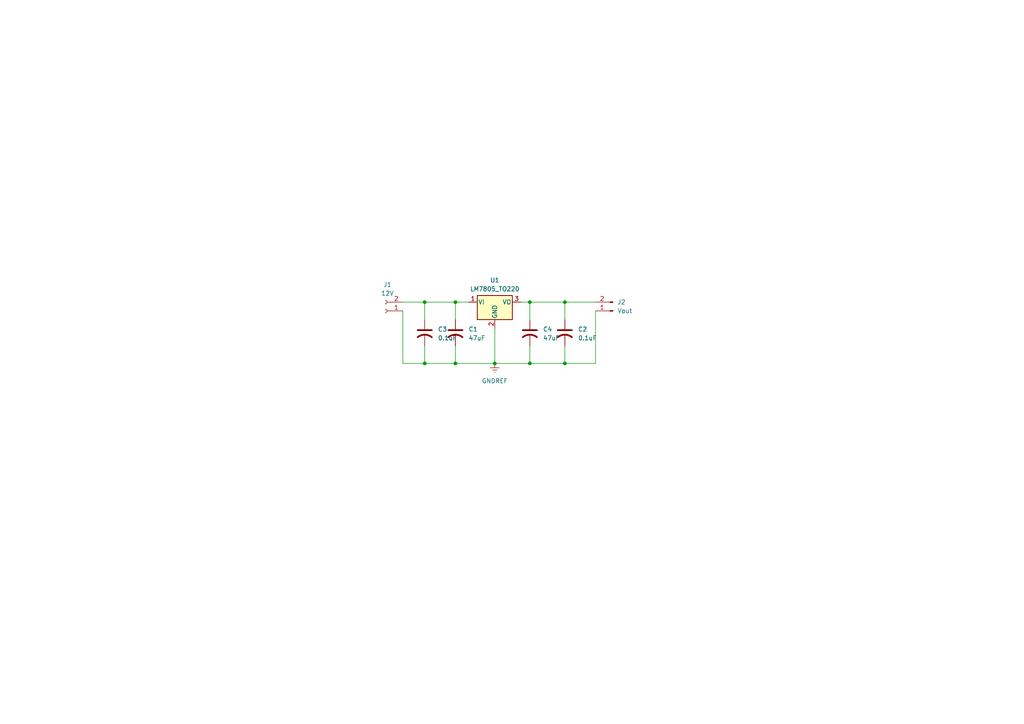
<source format=kicad_sch>
(kicad_sch
	(version 20250114)
	(generator "eeschema")
	(generator_version "9.0")
	(uuid "2ad96ed6-bbf6-4244-b22c-3f1526be7ecf")
	(paper "A4")
	(title_block
		(title "12V to 5V Linear DC Converter ")
		(date "2025-10-07")
		(rev "001")
		(company "GRR")
	)
	(lib_symbols
		(symbol "Connector:Conn_01x02_Pin"
			(pin_names
				(offset 1.016)
				(hide yes)
			)
			(exclude_from_sim no)
			(in_bom yes)
			(on_board yes)
			(property "Reference" "J"
				(at 0 2.54 0)
				(effects
					(font
						(size 1.27 1.27)
					)
				)
			)
			(property "Value" "Conn_01x02_Pin"
				(at 0 -5.08 0)
				(effects
					(font
						(size 1.27 1.27)
					)
				)
			)
			(property "Footprint" ""
				(at 0 0 0)
				(effects
					(font
						(size 1.27 1.27)
					)
					(hide yes)
				)
			)
			(property "Datasheet" "~"
				(at 0 0 0)
				(effects
					(font
						(size 1.27 1.27)
					)
					(hide yes)
				)
			)
			(property "Description" "Generic connector, single row, 01x02, script generated"
				(at 0 0 0)
				(effects
					(font
						(size 1.27 1.27)
					)
					(hide yes)
				)
			)
			(property "ki_locked" ""
				(at 0 0 0)
				(effects
					(font
						(size 1.27 1.27)
					)
				)
			)
			(property "ki_keywords" "connector"
				(at 0 0 0)
				(effects
					(font
						(size 1.27 1.27)
					)
					(hide yes)
				)
			)
			(property "ki_fp_filters" "Connector*:*_1x??_*"
				(at 0 0 0)
				(effects
					(font
						(size 1.27 1.27)
					)
					(hide yes)
				)
			)
			(symbol "Conn_01x02_Pin_1_1"
				(rectangle
					(start 0.8636 0.127)
					(end 0 -0.127)
					(stroke
						(width 0.1524)
						(type default)
					)
					(fill
						(type outline)
					)
				)
				(rectangle
					(start 0.8636 -2.413)
					(end 0 -2.667)
					(stroke
						(width 0.1524)
						(type default)
					)
					(fill
						(type outline)
					)
				)
				(polyline
					(pts
						(xy 1.27 0) (xy 0.8636 0)
					)
					(stroke
						(width 0.1524)
						(type default)
					)
					(fill
						(type none)
					)
				)
				(polyline
					(pts
						(xy 1.27 -2.54) (xy 0.8636 -2.54)
					)
					(stroke
						(width 0.1524)
						(type default)
					)
					(fill
						(type none)
					)
				)
				(pin passive line
					(at 5.08 0 180)
					(length 3.81)
					(name "Pin_1"
						(effects
							(font
								(size 1.27 1.27)
							)
						)
					)
					(number "1"
						(effects
							(font
								(size 1.27 1.27)
							)
						)
					)
				)
				(pin passive line
					(at 5.08 -2.54 180)
					(length 3.81)
					(name "Pin_2"
						(effects
							(font
								(size 1.27 1.27)
							)
						)
					)
					(number "2"
						(effects
							(font
								(size 1.27 1.27)
							)
						)
					)
				)
			)
			(embedded_fonts no)
		)
		(symbol "Connector:Conn_01x02_Socket"
			(pin_names
				(offset 1.016)
				(hide yes)
			)
			(exclude_from_sim no)
			(in_bom yes)
			(on_board yes)
			(property "Reference" "J"
				(at 0 2.54 0)
				(effects
					(font
						(size 1.27 1.27)
					)
				)
			)
			(property "Value" "Conn_01x02_Socket"
				(at 0 -5.08 0)
				(effects
					(font
						(size 1.27 1.27)
					)
				)
			)
			(property "Footprint" ""
				(at 0 0 0)
				(effects
					(font
						(size 1.27 1.27)
					)
					(hide yes)
				)
			)
			(property "Datasheet" "~"
				(at 0 0 0)
				(effects
					(font
						(size 1.27 1.27)
					)
					(hide yes)
				)
			)
			(property "Description" "Generic connector, single row, 01x02, script generated"
				(at 0 0 0)
				(effects
					(font
						(size 1.27 1.27)
					)
					(hide yes)
				)
			)
			(property "ki_locked" ""
				(at 0 0 0)
				(effects
					(font
						(size 1.27 1.27)
					)
				)
			)
			(property "ki_keywords" "connector"
				(at 0 0 0)
				(effects
					(font
						(size 1.27 1.27)
					)
					(hide yes)
				)
			)
			(property "ki_fp_filters" "Connector*:*_1x??_*"
				(at 0 0 0)
				(effects
					(font
						(size 1.27 1.27)
					)
					(hide yes)
				)
			)
			(symbol "Conn_01x02_Socket_1_1"
				(polyline
					(pts
						(xy -1.27 0) (xy -0.508 0)
					)
					(stroke
						(width 0.1524)
						(type default)
					)
					(fill
						(type none)
					)
				)
				(polyline
					(pts
						(xy -1.27 -2.54) (xy -0.508 -2.54)
					)
					(stroke
						(width 0.1524)
						(type default)
					)
					(fill
						(type none)
					)
				)
				(arc
					(start 0 -0.508)
					(mid -0.5058 0)
					(end 0 0.508)
					(stroke
						(width 0.1524)
						(type default)
					)
					(fill
						(type none)
					)
				)
				(arc
					(start 0 -3.048)
					(mid -0.5058 -2.54)
					(end 0 -2.032)
					(stroke
						(width 0.1524)
						(type default)
					)
					(fill
						(type none)
					)
				)
				(pin passive line
					(at -5.08 0 0)
					(length 3.81)
					(name "Pin_1"
						(effects
							(font
								(size 1.27 1.27)
							)
						)
					)
					(number "1"
						(effects
							(font
								(size 1.27 1.27)
							)
						)
					)
				)
				(pin passive line
					(at -5.08 -2.54 0)
					(length 3.81)
					(name "Pin_2"
						(effects
							(font
								(size 1.27 1.27)
							)
						)
					)
					(number "2"
						(effects
							(font
								(size 1.27 1.27)
							)
						)
					)
				)
			)
			(embedded_fonts no)
		)
		(symbol "Device:C_US"
			(pin_numbers
				(hide yes)
			)
			(pin_names
				(offset 0.254)
				(hide yes)
			)
			(exclude_from_sim no)
			(in_bom yes)
			(on_board yes)
			(property "Reference" "C"
				(at 0.635 2.54 0)
				(effects
					(font
						(size 1.27 1.27)
					)
					(justify left)
				)
			)
			(property "Value" "C_US"
				(at 0.635 -2.54 0)
				(effects
					(font
						(size 1.27 1.27)
					)
					(justify left)
				)
			)
			(property "Footprint" ""
				(at 0 0 0)
				(effects
					(font
						(size 1.27 1.27)
					)
					(hide yes)
				)
			)
			(property "Datasheet" ""
				(at 0 0 0)
				(effects
					(font
						(size 1.27 1.27)
					)
					(hide yes)
				)
			)
			(property "Description" "capacitor, US symbol"
				(at 0 0 0)
				(effects
					(font
						(size 1.27 1.27)
					)
					(hide yes)
				)
			)
			(property "ki_keywords" "cap capacitor"
				(at 0 0 0)
				(effects
					(font
						(size 1.27 1.27)
					)
					(hide yes)
				)
			)
			(property "ki_fp_filters" "C_*"
				(at 0 0 0)
				(effects
					(font
						(size 1.27 1.27)
					)
					(hide yes)
				)
			)
			(symbol "C_US_0_1"
				(polyline
					(pts
						(xy -2.032 0.762) (xy 2.032 0.762)
					)
					(stroke
						(width 0.508)
						(type default)
					)
					(fill
						(type none)
					)
				)
				(arc
					(start -2.032 -1.27)
					(mid 0 -0.5572)
					(end 2.032 -1.27)
					(stroke
						(width 0.508)
						(type default)
					)
					(fill
						(type none)
					)
				)
			)
			(symbol "C_US_1_1"
				(pin passive line
					(at 0 3.81 270)
					(length 2.794)
					(name "~"
						(effects
							(font
								(size 1.27 1.27)
							)
						)
					)
					(number "1"
						(effects
							(font
								(size 1.27 1.27)
							)
						)
					)
				)
				(pin passive line
					(at 0 -3.81 90)
					(length 3.302)
					(name "~"
						(effects
							(font
								(size 1.27 1.27)
							)
						)
					)
					(number "2"
						(effects
							(font
								(size 1.27 1.27)
							)
						)
					)
				)
			)
			(embedded_fonts no)
		)
		(symbol "Regulator_Linear:LM7805_TO220"
			(pin_names
				(offset 0.254)
			)
			(exclude_from_sim no)
			(in_bom yes)
			(on_board yes)
			(property "Reference" "U"
				(at -3.81 3.175 0)
				(effects
					(font
						(size 1.27 1.27)
					)
				)
			)
			(property "Value" "LM7805_TO220"
				(at 0 3.175 0)
				(effects
					(font
						(size 1.27 1.27)
					)
					(justify left)
				)
			)
			(property "Footprint" "Package_TO_SOT_THT:TO-220-3_Vertical"
				(at 0 5.715 0)
				(effects
					(font
						(size 1.27 1.27)
						(italic yes)
					)
					(hide yes)
				)
			)
			(property "Datasheet" "https://www.onsemi.cn/PowerSolutions/document/MC7800-D.PDF"
				(at 0 -1.27 0)
				(effects
					(font
						(size 1.27 1.27)
					)
					(hide yes)
				)
			)
			(property "Description" "Positive 1A 35V Linear Regulator, Fixed Output 5V, TO-220"
				(at 0 0 0)
				(effects
					(font
						(size 1.27 1.27)
					)
					(hide yes)
				)
			)
			(property "ki_keywords" "Voltage Regulator 1A Positive"
				(at 0 0 0)
				(effects
					(font
						(size 1.27 1.27)
					)
					(hide yes)
				)
			)
			(property "ki_fp_filters" "TO?220*"
				(at 0 0 0)
				(effects
					(font
						(size 1.27 1.27)
					)
					(hide yes)
				)
			)
			(symbol "LM7805_TO220_0_1"
				(rectangle
					(start -5.08 1.905)
					(end 5.08 -5.08)
					(stroke
						(width 0.254)
						(type default)
					)
					(fill
						(type background)
					)
				)
			)
			(symbol "LM7805_TO220_1_1"
				(pin power_in line
					(at -7.62 0 0)
					(length 2.54)
					(name "VI"
						(effects
							(font
								(size 1.27 1.27)
							)
						)
					)
					(number "1"
						(effects
							(font
								(size 1.27 1.27)
							)
						)
					)
				)
				(pin power_in line
					(at 0 -7.62 90)
					(length 2.54)
					(name "GND"
						(effects
							(font
								(size 1.27 1.27)
							)
						)
					)
					(number "2"
						(effects
							(font
								(size 1.27 1.27)
							)
						)
					)
				)
				(pin power_out line
					(at 7.62 0 180)
					(length 2.54)
					(name "VO"
						(effects
							(font
								(size 1.27 1.27)
							)
						)
					)
					(number "3"
						(effects
							(font
								(size 1.27 1.27)
							)
						)
					)
				)
			)
			(embedded_fonts no)
		)
		(symbol "power:GNDREF"
			(power)
			(pin_numbers
				(hide yes)
			)
			(pin_names
				(offset 0)
				(hide yes)
			)
			(exclude_from_sim no)
			(in_bom yes)
			(on_board yes)
			(property "Reference" "#PWR"
				(at 0 -6.35 0)
				(effects
					(font
						(size 1.27 1.27)
					)
					(hide yes)
				)
			)
			(property "Value" "GNDREF"
				(at 0 -3.81 0)
				(effects
					(font
						(size 1.27 1.27)
					)
				)
			)
			(property "Footprint" ""
				(at 0 0 0)
				(effects
					(font
						(size 1.27 1.27)
					)
					(hide yes)
				)
			)
			(property "Datasheet" ""
				(at 0 0 0)
				(effects
					(font
						(size 1.27 1.27)
					)
					(hide yes)
				)
			)
			(property "Description" "Power symbol creates a global label with name \"GNDREF\" , reference supply ground"
				(at 0 0 0)
				(effects
					(font
						(size 1.27 1.27)
					)
					(hide yes)
				)
			)
			(property "ki_keywords" "global power"
				(at 0 0 0)
				(effects
					(font
						(size 1.27 1.27)
					)
					(hide yes)
				)
			)
			(symbol "GNDREF_0_1"
				(polyline
					(pts
						(xy -0.635 -1.905) (xy 0.635 -1.905)
					)
					(stroke
						(width 0)
						(type default)
					)
					(fill
						(type none)
					)
				)
				(polyline
					(pts
						(xy -0.127 -2.54) (xy 0.127 -2.54)
					)
					(stroke
						(width 0)
						(type default)
					)
					(fill
						(type none)
					)
				)
				(polyline
					(pts
						(xy 0 -1.27) (xy 0 0)
					)
					(stroke
						(width 0)
						(type default)
					)
					(fill
						(type none)
					)
				)
				(polyline
					(pts
						(xy 1.27 -1.27) (xy -1.27 -1.27)
					)
					(stroke
						(width 0)
						(type default)
					)
					(fill
						(type none)
					)
				)
			)
			(symbol "GNDREF_1_1"
				(pin power_in line
					(at 0 0 270)
					(length 0)
					(name "~"
						(effects
							(font
								(size 1.27 1.27)
							)
						)
					)
					(number "1"
						(effects
							(font
								(size 1.27 1.27)
							)
						)
					)
				)
			)
			(embedded_fonts no)
		)
	)
	(junction
		(at 163.83 87.63)
		(diameter 0)
		(color 0 0 0 0)
		(uuid "1ecbeba0-4175-42d1-833d-c455a660886a")
	)
	(junction
		(at 153.67 87.63)
		(diameter 0)
		(color 0 0 0 0)
		(uuid "30a06ac7-9d27-4b3b-bb72-9512d35d5163")
	)
	(junction
		(at 163.83 105.41)
		(diameter 0)
		(color 0 0 0 0)
		(uuid "54570c9a-4af9-4661-add1-47ef53977790")
	)
	(junction
		(at 132.08 87.63)
		(diameter 0)
		(color 0 0 0 0)
		(uuid "55a4f5e8-21a1-4ce4-b378-7e7c6132b152")
	)
	(junction
		(at 123.19 105.41)
		(diameter 0)
		(color 0 0 0 0)
		(uuid "5a663004-62f0-487a-a559-fe90bea28969")
	)
	(junction
		(at 132.08 105.41)
		(diameter 0)
		(color 0 0 0 0)
		(uuid "91c566b8-6b57-4a25-a3fd-1275b137c752")
	)
	(junction
		(at 123.19 87.63)
		(diameter 0)
		(color 0 0 0 0)
		(uuid "c7ccfce9-22bd-4758-a94b-351a5a07d031")
	)
	(junction
		(at 143.51 105.41)
		(diameter 0)
		(color 0 0 0 0)
		(uuid "e7a7238a-f548-4470-b85a-a8014566bf0b")
	)
	(junction
		(at 153.67 105.41)
		(diameter 0)
		(color 0 0 0 0)
		(uuid "e89b2b0e-fe6a-4339-8dd6-809542725e1d")
	)
	(wire
		(pts
			(xy 132.08 87.63) (xy 132.08 92.71)
		)
		(stroke
			(width 0)
			(type default)
		)
		(uuid "08d5b4b0-3a2f-4f45-a8b3-9d53e23f766e")
	)
	(wire
		(pts
			(xy 123.19 105.41) (xy 132.08 105.41)
		)
		(stroke
			(width 0)
			(type default)
		)
		(uuid "10fc2a8b-3da3-4575-b950-a71afc3ad213")
	)
	(wire
		(pts
			(xy 123.19 87.63) (xy 123.19 92.71)
		)
		(stroke
			(width 0)
			(type default)
		)
		(uuid "135baaa7-99d8-4409-aa84-c47d230d5fc9")
	)
	(wire
		(pts
			(xy 132.08 100.33) (xy 132.08 105.41)
		)
		(stroke
			(width 0)
			(type default)
		)
		(uuid "181697b9-8e18-48e1-bc0f-b6577ffce65d")
	)
	(wire
		(pts
			(xy 163.83 87.63) (xy 163.83 92.71)
		)
		(stroke
			(width 0)
			(type default)
		)
		(uuid "1dd84b8e-6168-42f0-bcf9-3c20f421f83c")
	)
	(wire
		(pts
			(xy 116.84 105.41) (xy 123.19 105.41)
		)
		(stroke
			(width 0)
			(type default)
		)
		(uuid "2404d935-5417-4a0d-b955-8df5662a4192")
	)
	(wire
		(pts
			(xy 143.51 95.25) (xy 143.51 105.41)
		)
		(stroke
			(width 0)
			(type default)
		)
		(uuid "346efba8-12f6-4430-8a7c-6ff837c0ce9a")
	)
	(wire
		(pts
			(xy 153.67 87.63) (xy 163.83 87.63)
		)
		(stroke
			(width 0)
			(type default)
		)
		(uuid "34cd0b96-21e1-455a-94d7-083300bf3b02")
	)
	(wire
		(pts
			(xy 132.08 105.41) (xy 143.51 105.41)
		)
		(stroke
			(width 0)
			(type default)
		)
		(uuid "45473fb2-7fb1-45e4-b788-ad1a98291d23")
	)
	(wire
		(pts
			(xy 163.83 100.33) (xy 163.83 105.41)
		)
		(stroke
			(width 0)
			(type default)
		)
		(uuid "47638ded-2b0d-427c-8853-720a013ef4ac")
	)
	(wire
		(pts
			(xy 172.72 105.41) (xy 172.72 90.17)
		)
		(stroke
			(width 0)
			(type default)
		)
		(uuid "4f85ec17-c665-42af-ab18-bd670966d2ee")
	)
	(wire
		(pts
			(xy 163.83 105.41) (xy 172.72 105.41)
		)
		(stroke
			(width 0)
			(type default)
		)
		(uuid "58591a21-7b79-4f11-8f96-30f1ec38bcfe")
	)
	(wire
		(pts
			(xy 132.08 87.63) (xy 135.89 87.63)
		)
		(stroke
			(width 0)
			(type default)
		)
		(uuid "5f740f5b-29bb-4540-9ba6-b7b6fe2752d6")
	)
	(wire
		(pts
			(xy 151.13 87.63) (xy 153.67 87.63)
		)
		(stroke
			(width 0)
			(type default)
		)
		(uuid "602ad35d-868e-4e5c-ad7c-68d6aae31161")
	)
	(wire
		(pts
			(xy 153.67 92.71) (xy 153.67 87.63)
		)
		(stroke
			(width 0)
			(type default)
		)
		(uuid "7d05f3bf-d226-48e0-a87e-10cbd3631273")
	)
	(wire
		(pts
			(xy 153.67 105.41) (xy 163.83 105.41)
		)
		(stroke
			(width 0)
			(type default)
		)
		(uuid "82f3eeec-dd3f-4b38-92ee-e5905512cfc9")
	)
	(wire
		(pts
			(xy 143.51 105.41) (xy 153.67 105.41)
		)
		(stroke
			(width 0)
			(type default)
		)
		(uuid "9bb59982-dc77-48fe-bbf4-e860c2d2ab65")
	)
	(wire
		(pts
			(xy 123.19 100.33) (xy 123.19 105.41)
		)
		(stroke
			(width 0)
			(type default)
		)
		(uuid "a82f7d24-aa48-4df6-8a10-5da449512fa1")
	)
	(wire
		(pts
			(xy 153.67 100.33) (xy 153.67 105.41)
		)
		(stroke
			(width 0)
			(type default)
		)
		(uuid "b2c04b53-e4d1-4b9f-a832-d1bfbfc9367f")
	)
	(wire
		(pts
			(xy 163.83 87.63) (xy 172.72 87.63)
		)
		(stroke
			(width 0)
			(type default)
		)
		(uuid "c0024a9c-2009-4a5c-a1e6-3eda69854bd5")
	)
	(wire
		(pts
			(xy 123.19 87.63) (xy 132.08 87.63)
		)
		(stroke
			(width 0)
			(type default)
		)
		(uuid "d2846844-4ab5-4e68-a703-4d4c5a6b41cd")
	)
	(wire
		(pts
			(xy 116.84 87.63) (xy 123.19 87.63)
		)
		(stroke
			(width 0)
			(type default)
		)
		(uuid "d7e31459-609d-458e-a059-ca8468f6214d")
	)
	(wire
		(pts
			(xy 116.84 90.17) (xy 116.84 105.41)
		)
		(stroke
			(width 0)
			(type default)
		)
		(uuid "f7f24607-fd38-44cf-a9bb-9419bbe242cd")
	)
	(symbol
		(lib_id "Device:C_US")
		(at 132.08 96.52 0)
		(unit 1)
		(exclude_from_sim no)
		(in_bom yes)
		(on_board yes)
		(dnp no)
		(fields_autoplaced yes)
		(uuid "7622ac50-03fc-42ef-8f98-104b6c394e32")
		(property "Reference" "C1"
			(at 135.89 95.5039 0)
			(effects
				(font
					(size 1.27 1.27)
				)
				(justify left)
			)
		)
		(property "Value" "47uF"
			(at 135.89 98.0439 0)
			(effects
				(font
					(size 1.27 1.27)
				)
				(justify left)
			)
		)
		(property "Footprint" "Capacitor_THT:C_Radial_D5.0mm_H5.0mm_P2.00mm"
			(at 132.08 96.52 0)
			(effects
				(font
					(size 1.27 1.27)
				)
				(hide yes)
			)
		)
		(property "Datasheet" ""
			(at 132.08 96.52 0)
			(effects
				(font
					(size 1.27 1.27)
				)
				(hide yes)
			)
		)
		(property "Description" "capacitor, US symbol"
			(at 132.08 96.52 0)
			(effects
				(font
					(size 1.27 1.27)
				)
				(hide yes)
			)
		)
		(pin "1"
			(uuid "119880db-fec7-49f5-aca3-b743ed38e0c0")
		)
		(pin "2"
			(uuid "600e04cc-12f8-481f-b5c0-9c5485c5ac73")
		)
		(instances
			(project ""
				(path "/2ad96ed6-bbf6-4244-b22c-3f1526be7ecf"
					(reference "C1")
					(unit 1)
				)
			)
		)
	)
	(symbol
		(lib_id "Device:C_US")
		(at 163.83 96.52 0)
		(unit 1)
		(exclude_from_sim no)
		(in_bom yes)
		(on_board yes)
		(dnp no)
		(fields_autoplaced yes)
		(uuid "7c53e66d-65ed-42db-afa5-341f9abe07b5")
		(property "Reference" "C2"
			(at 167.64 95.5039 0)
			(effects
				(font
					(size 1.27 1.27)
				)
				(justify left)
			)
		)
		(property "Value" "0.1uF"
			(at 167.64 98.0439 0)
			(effects
				(font
					(size 1.27 1.27)
				)
				(justify left)
			)
		)
		(property "Footprint" "Capacitor_SMD:C_0805_2012Metric_Pad1.18x1.45mm_HandSolder"
			(at 163.83 96.52 0)
			(effects
				(font
					(size 1.27 1.27)
				)
				(hide yes)
			)
		)
		(property "Datasheet" ""
			(at 163.83 96.52 0)
			(effects
				(font
					(size 1.27 1.27)
				)
				(hide yes)
			)
		)
		(property "Description" "capacitor, US symbol"
			(at 163.83 96.52 0)
			(effects
				(font
					(size 1.27 1.27)
				)
				(hide yes)
			)
		)
		(pin "1"
			(uuid "94f633fb-f0e6-4f00-badb-2f52c8d52d00")
		)
		(pin "2"
			(uuid "de887854-d2a3-4b58-ae42-e58efa47f6e6")
		)
		(instances
			(project ""
				(path "/2ad96ed6-bbf6-4244-b22c-3f1526be7ecf"
					(reference "C2")
					(unit 1)
				)
			)
		)
	)
	(symbol
		(lib_id "Connector:Conn_01x02_Socket")
		(at 111.76 90.17 180)
		(unit 1)
		(exclude_from_sim no)
		(in_bom yes)
		(on_board yes)
		(dnp no)
		(fields_autoplaced yes)
		(uuid "811d7472-66f8-4a86-ac9a-3dd6c527d195")
		(property "Reference" "J1"
			(at 112.395 82.55 0)
			(effects
				(font
					(size 1.27 1.27)
				)
			)
		)
		(property "Value" "12V"
			(at 112.395 85.09 0)
			(effects
				(font
					(size 1.27 1.27)
				)
			)
		)
		(property "Footprint" "TerminalBlock_Phoenix:TerminalBlock_Phoenix_MKDS-1,5-2-5.08_1x02_P5.08mm_Horizontal"
			(at 111.76 90.17 0)
			(effects
				(font
					(size 1.27 1.27)
				)
				(hide yes)
			)
		)
		(property "Datasheet" "~"
			(at 111.76 90.17 0)
			(effects
				(font
					(size 1.27 1.27)
				)
				(hide yes)
			)
		)
		(property "Description" "Generic connector, single row, 01x02, script generated"
			(at 111.76 90.17 0)
			(effects
				(font
					(size 1.27 1.27)
				)
				(hide yes)
			)
		)
		(pin "1"
			(uuid "8d2d2003-31ca-42e8-a7f1-6911aec6fe17")
		)
		(pin "2"
			(uuid "31821b45-b60a-4211-8468-8330f5be9d3b")
		)
		(instances
			(project ""
				(path "/2ad96ed6-bbf6-4244-b22c-3f1526be7ecf"
					(reference "J1")
					(unit 1)
				)
			)
		)
	)
	(symbol
		(lib_id "Regulator_Linear:LM7805_TO220")
		(at 143.51 87.63 0)
		(unit 1)
		(exclude_from_sim no)
		(in_bom yes)
		(on_board yes)
		(dnp no)
		(fields_autoplaced yes)
		(uuid "871f7424-dd14-48ed-bec0-46c0be37cfad")
		(property "Reference" "U1"
			(at 143.51 81.28 0)
			(effects
				(font
					(size 1.27 1.27)
				)
			)
		)
		(property "Value" "LM7805_TO220"
			(at 143.51 83.82 0)
			(effects
				(font
					(size 1.27 1.27)
				)
			)
		)
		(property "Footprint" "Package_TO_SOT_THT:TO-220-3_Vertical"
			(at 143.51 81.915 0)
			(effects
				(font
					(size 1.27 1.27)
					(italic yes)
				)
				(hide yes)
			)
		)
		(property "Datasheet" "https://www.onsemi.cn/PowerSolutions/document/MC7800-D.PDF"
			(at 143.51 88.9 0)
			(effects
				(font
					(size 1.27 1.27)
				)
				(hide yes)
			)
		)
		(property "Description" "Positive 1A 35V Linear Regulator, Fixed Output 5V, TO-220"
			(at 143.51 87.63 0)
			(effects
				(font
					(size 1.27 1.27)
				)
				(hide yes)
			)
		)
		(pin "1"
			(uuid "367c3a45-0e35-4318-a986-39a3a4326b0b")
		)
		(pin "2"
			(uuid "9f462486-6896-4c02-86ed-ad5f4273b4f1")
		)
		(pin "3"
			(uuid "860bf64b-6bf7-4445-a953-8c4f72d2cca8")
		)
		(instances
			(project ""
				(path "/2ad96ed6-bbf6-4244-b22c-3f1526be7ecf"
					(reference "U1")
					(unit 1)
				)
			)
		)
	)
	(symbol
		(lib_id "power:GNDREF")
		(at 143.51 105.41 0)
		(unit 1)
		(exclude_from_sim no)
		(in_bom yes)
		(on_board yes)
		(dnp no)
		(fields_autoplaced yes)
		(uuid "b07ed8e9-c8c3-43ce-a97b-e9acd67d9581")
		(property "Reference" "#PWR01"
			(at 143.51 111.76 0)
			(effects
				(font
					(size 1.27 1.27)
				)
				(hide yes)
			)
		)
		(property "Value" "GNDREF"
			(at 143.51 110.49 0)
			(effects
				(font
					(size 1.27 1.27)
				)
			)
		)
		(property "Footprint" ""
			(at 143.51 105.41 0)
			(effects
				(font
					(size 1.27 1.27)
				)
				(hide yes)
			)
		)
		(property "Datasheet" ""
			(at 143.51 105.41 0)
			(effects
				(font
					(size 1.27 1.27)
				)
				(hide yes)
			)
		)
		(property "Description" "Power symbol creates a global label with name \"GNDREF\" , reference supply ground"
			(at 143.51 105.41 0)
			(effects
				(font
					(size 1.27 1.27)
				)
				(hide yes)
			)
		)
		(pin "1"
			(uuid "bc23d17d-5e8b-4b85-a893-4c2a98fba487")
		)
		(instances
			(project ""
				(path "/2ad96ed6-bbf6-4244-b22c-3f1526be7ecf"
					(reference "#PWR01")
					(unit 1)
				)
			)
		)
	)
	(symbol
		(lib_id "Connector:Conn_01x02_Pin")
		(at 177.8 90.17 180)
		(unit 1)
		(exclude_from_sim no)
		(in_bom yes)
		(on_board yes)
		(dnp no)
		(fields_autoplaced yes)
		(uuid "ba725efd-b2e0-4366-8f82-1f3c72e10c35")
		(property "Reference" "J2"
			(at 179.07 87.6299 0)
			(effects
				(font
					(size 1.27 1.27)
				)
				(justify right)
			)
		)
		(property "Value" "Vout"
			(at 179.07 90.1699 0)
			(effects
				(font
					(size 1.27 1.27)
				)
				(justify right)
			)
		)
		(property "Footprint" "TerminalBlock_Phoenix:TerminalBlock_Phoenix_MKDS-1,5-2-5.08_1x02_P5.08mm_Horizontal"
			(at 177.8 90.17 0)
			(effects
				(font
					(size 1.27 1.27)
				)
				(hide yes)
			)
		)
		(property "Datasheet" "~"
			(at 177.8 90.17 0)
			(effects
				(font
					(size 1.27 1.27)
				)
				(hide yes)
			)
		)
		(property "Description" "Generic connector, single row, 01x02, script generated"
			(at 177.8 90.17 0)
			(effects
				(font
					(size 1.27 1.27)
				)
				(hide yes)
			)
		)
		(pin "2"
			(uuid "496c4eed-e83e-4551-9998-ad3774d5b5bb")
		)
		(pin "1"
			(uuid "18eec67e-5b77-48f7-9150-a2ae256f64ec")
		)
		(instances
			(project ""
				(path "/2ad96ed6-bbf6-4244-b22c-3f1526be7ecf"
					(reference "J2")
					(unit 1)
				)
			)
		)
	)
	(symbol
		(lib_id "Device:C_US")
		(at 153.67 96.52 0)
		(unit 1)
		(exclude_from_sim no)
		(in_bom yes)
		(on_board yes)
		(dnp no)
		(fields_autoplaced yes)
		(uuid "ce8de296-b95e-4c14-8f59-3424f6266fb0")
		(property "Reference" "C4"
			(at 157.48 95.5039 0)
			(effects
				(font
					(size 1.27 1.27)
				)
				(justify left)
			)
		)
		(property "Value" "47uF"
			(at 157.48 98.0439 0)
			(effects
				(font
					(size 1.27 1.27)
				)
				(justify left)
			)
		)
		(property "Footprint" "Capacitor_THT:C_Radial_D5.0mm_H5.0mm_P2.00mm"
			(at 153.67 96.52 0)
			(effects
				(font
					(size 1.27 1.27)
				)
				(hide yes)
			)
		)
		(property "Datasheet" ""
			(at 153.67 96.52 0)
			(effects
				(font
					(size 1.27 1.27)
				)
				(hide yes)
			)
		)
		(property "Description" "capacitor, US symbol"
			(at 153.67 96.52 0)
			(effects
				(font
					(size 1.27 1.27)
				)
				(hide yes)
			)
		)
		(pin "1"
			(uuid "3552345f-72ea-46e9-9f1e-3178dab9baf0")
		)
		(pin "2"
			(uuid "6f14d4e0-4c8d-4571-85fd-f6c075b64df9")
		)
		(instances
			(project "GRR_VOLTAGE_CONVERTER"
				(path "/2ad96ed6-bbf6-4244-b22c-3f1526be7ecf"
					(reference "C4")
					(unit 1)
				)
			)
		)
	)
	(symbol
		(lib_id "Device:C_US")
		(at 123.19 96.52 0)
		(unit 1)
		(exclude_from_sim no)
		(in_bom yes)
		(on_board yes)
		(dnp no)
		(fields_autoplaced yes)
		(uuid "e29947e0-4dcf-45fa-a4e1-c86b188c3b70")
		(property "Reference" "C3"
			(at 127 95.5039 0)
			(effects
				(font
					(size 1.27 1.27)
				)
				(justify left)
			)
		)
		(property "Value" "0.1uF"
			(at 127 98.0439 0)
			(effects
				(font
					(size 1.27 1.27)
				)
				(justify left)
			)
		)
		(property "Footprint" "Capacitor_SMD:C_0805_2012Metric_Pad1.18x1.45mm_HandSolder"
			(at 123.19 96.52 0)
			(effects
				(font
					(size 1.27 1.27)
				)
				(hide yes)
			)
		)
		(property "Datasheet" ""
			(at 123.19 96.52 0)
			(effects
				(font
					(size 1.27 1.27)
				)
				(hide yes)
			)
		)
		(property "Description" "capacitor, US symbol"
			(at 123.19 96.52 0)
			(effects
				(font
					(size 1.27 1.27)
				)
				(hide yes)
			)
		)
		(pin "1"
			(uuid "fd9a962a-407d-4757-8579-e687c3ce46dd")
		)
		(pin "2"
			(uuid "416ef86a-5420-4331-aca7-12db89e6bc15")
		)
		(instances
			(project "GRR_VOLTAGE_CONVERTER"
				(path "/2ad96ed6-bbf6-4244-b22c-3f1526be7ecf"
					(reference "C3")
					(unit 1)
				)
			)
		)
	)
	(sheet_instances
		(path "/"
			(page "1")
		)
	)
	(embedded_fonts no)
)

</source>
